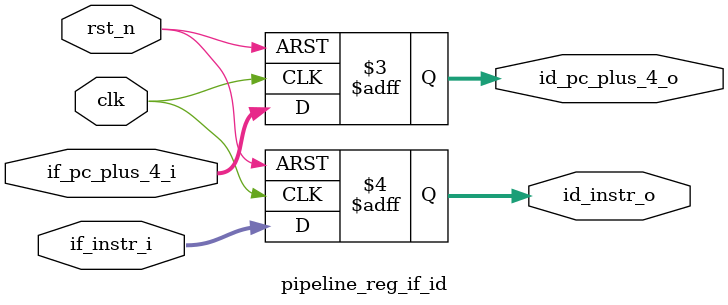
<source format=v>

`timescale 1ns / 1ps

module pipeline_reg_if_id (
    input  wire        clk,
    input  wire        rst_n,
    // input  wire        if_id_write_en, // 來自危害單元（用於啟用/停用暫存器更新 - 停滯）
    // input  wire        if_id_flush_en, // 來自危害單元（用於清除暫存器 - 分支預測錯誤）

    // 來自 IF 階段的輸入
    input  wire [31:0] if_pc_plus_4_i,
    input  wire [31:0] if_instr_i,

    // 輸出到 ID 階段
    output reg [31:0] id_pc_plus_4_o,
    output reg [31:0] id_instr_o
);

    always @(posedge clk or negedge rst_n) begin
        if (!rst_n) begin
            // 重置狀態：通常為 NOP 指令或全 0
            id_pc_plus_4_o <= 32'b0;
            id_instr_o     <= 32'h00000013; // NOP 指令（addi x0, x0, 0）
        end 
        // else if (if_id_flush_en) begin
        //     // 清除：插入 NOP
        //     id_pc_plus_4_o <= 32'b0; // 或某些預設的 PC 值
        //     id_instr_o     <= 32'h00000013; // NOP
        // end
        // else if (if_id_write_en) begin
        //     // 正常運作：鎖存輸入
        //     id_pc_plus_4_o <= if_pc_plus_4_i;
        //     id_instr_o     <= if_instr_i;
        // end
        // else begin
        //     // 停滯：保持當前值（不改變暫存器）
        // end
        // 簡化：目前總是鎖存
        else begin
            id_pc_plus_4_o <= if_pc_plus_4_i;
            id_instr_o     <= if_instr_i;
        end
    end

endmodule

</source>
